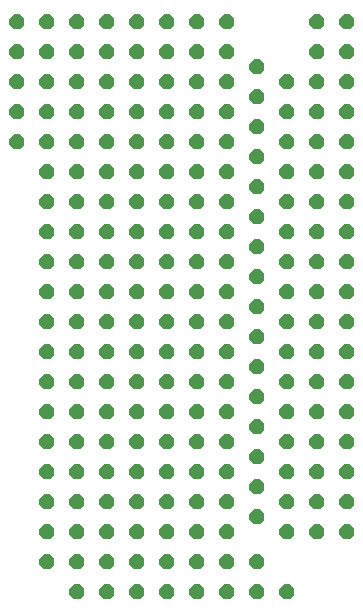
<source format=gtl>
G75*
G70*
%OFA0B0*%
%FSLAX24Y24*%
%IPPOS*%
%LPD*%
%AMOC8*
5,1,8,0,0,1.08239X$1,22.5*
%
%ADD10OC8,0.0500*%
D10*
X002500Y002500D03*
X002500Y003500D03*
X002500Y004500D03*
X002500Y005500D03*
X002500Y006500D03*
X002500Y007500D03*
X002500Y008500D03*
X002500Y009500D03*
X002500Y010500D03*
X002500Y011500D03*
X002500Y012500D03*
X002500Y013500D03*
X002500Y014500D03*
X002500Y015500D03*
X002500Y016500D03*
X002500Y017500D03*
X002500Y018500D03*
X002500Y019500D03*
X002500Y020500D03*
X003500Y020500D03*
X003500Y019500D03*
X003500Y018500D03*
X003500Y017500D03*
X003500Y016500D03*
X003500Y015500D03*
X003500Y014500D03*
X003500Y013500D03*
X003500Y012500D03*
X003500Y011500D03*
X003500Y010500D03*
X003500Y009500D03*
X003500Y008500D03*
X003500Y007500D03*
X003500Y006500D03*
X003500Y005500D03*
X003500Y004500D03*
X003500Y003500D03*
X003500Y002500D03*
X003500Y001500D03*
X004500Y001500D03*
X004500Y002500D03*
X004500Y003500D03*
X004500Y004500D03*
X004500Y005500D03*
X004500Y006500D03*
X004500Y007500D03*
X004500Y008500D03*
X004500Y009500D03*
X004500Y010500D03*
X004500Y011500D03*
X004500Y012500D03*
X004500Y013500D03*
X004500Y014500D03*
X004500Y015500D03*
X004500Y016500D03*
X004500Y017500D03*
X004500Y018500D03*
X004500Y019500D03*
X004500Y020500D03*
X005500Y020500D03*
X005500Y019500D03*
X005500Y018500D03*
X005500Y017500D03*
X005500Y016500D03*
X005500Y015500D03*
X005500Y014500D03*
X005500Y013500D03*
X005500Y012500D03*
X005500Y011500D03*
X005500Y010500D03*
X005500Y009500D03*
X005500Y008500D03*
X005500Y007500D03*
X005500Y006500D03*
X005500Y005500D03*
X005500Y004500D03*
X005500Y003500D03*
X005500Y002500D03*
X005500Y001500D03*
X006500Y001500D03*
X006500Y002500D03*
X006500Y003500D03*
X006500Y004500D03*
X006500Y005500D03*
X006500Y006500D03*
X006500Y007500D03*
X006500Y008500D03*
X006500Y009500D03*
X006500Y010500D03*
X006500Y011500D03*
X006500Y012500D03*
X006500Y013500D03*
X006500Y014500D03*
X006500Y015500D03*
X006500Y016500D03*
X006500Y017500D03*
X006500Y018500D03*
X006500Y019500D03*
X006500Y020500D03*
X007500Y020500D03*
X007500Y019500D03*
X007500Y018500D03*
X007500Y017500D03*
X007500Y016500D03*
X007500Y015500D03*
X007500Y014500D03*
X007500Y013500D03*
X007500Y012500D03*
X007500Y011500D03*
X007500Y010500D03*
X007500Y009500D03*
X007500Y008500D03*
X007500Y007500D03*
X007500Y006500D03*
X007500Y005500D03*
X007500Y004500D03*
X007500Y003500D03*
X007500Y002500D03*
X007500Y001500D03*
X008500Y001500D03*
X008500Y002500D03*
X008500Y003500D03*
X008500Y004500D03*
X008500Y005500D03*
X008500Y006500D03*
X008500Y007500D03*
X008500Y008500D03*
X008500Y009500D03*
X008500Y010500D03*
X008500Y011500D03*
X008500Y012500D03*
X008500Y013500D03*
X008500Y014500D03*
X008500Y015500D03*
X008500Y016500D03*
X008500Y017500D03*
X008500Y018500D03*
X008500Y019500D03*
X008500Y020500D03*
X009500Y019000D03*
X009500Y018000D03*
X009500Y017000D03*
X009500Y016000D03*
X009500Y015000D03*
X009500Y014000D03*
X009500Y013000D03*
X009500Y012000D03*
X009500Y011000D03*
X009500Y010000D03*
X009500Y009000D03*
X009500Y008000D03*
X009500Y007000D03*
X009500Y006000D03*
X009500Y005000D03*
X009500Y004000D03*
X010500Y003500D03*
X010500Y004500D03*
X010500Y005500D03*
X010500Y006500D03*
X010500Y007500D03*
X010500Y008500D03*
X010500Y009500D03*
X010500Y010500D03*
X010500Y011500D03*
X010500Y012500D03*
X010500Y013500D03*
X010500Y014500D03*
X010500Y015500D03*
X010500Y016500D03*
X010500Y017500D03*
X010500Y018500D03*
X011500Y018500D03*
X011500Y017500D03*
X011500Y016500D03*
X011500Y015500D03*
X011500Y014500D03*
X011500Y013500D03*
X011500Y012500D03*
X011500Y011500D03*
X011500Y010500D03*
X011500Y009500D03*
X011500Y008500D03*
X011500Y007500D03*
X011500Y006500D03*
X011500Y005500D03*
X011500Y004500D03*
X011500Y003500D03*
X012500Y003500D03*
X012500Y004500D03*
X012500Y005500D03*
X012500Y006500D03*
X012500Y007500D03*
X012500Y008500D03*
X012500Y009500D03*
X012500Y010500D03*
X012500Y011500D03*
X012500Y012500D03*
X012500Y013500D03*
X012500Y014500D03*
X012500Y015500D03*
X012500Y016500D03*
X012500Y017500D03*
X012500Y018500D03*
X012500Y019500D03*
X012500Y020500D03*
X011500Y020500D03*
X011500Y019500D03*
X001500Y019500D03*
X001500Y020500D03*
X001500Y018500D03*
X001500Y017500D03*
X001500Y016500D03*
X009500Y002500D03*
X009500Y001500D03*
X010500Y001500D03*
M02*

</source>
